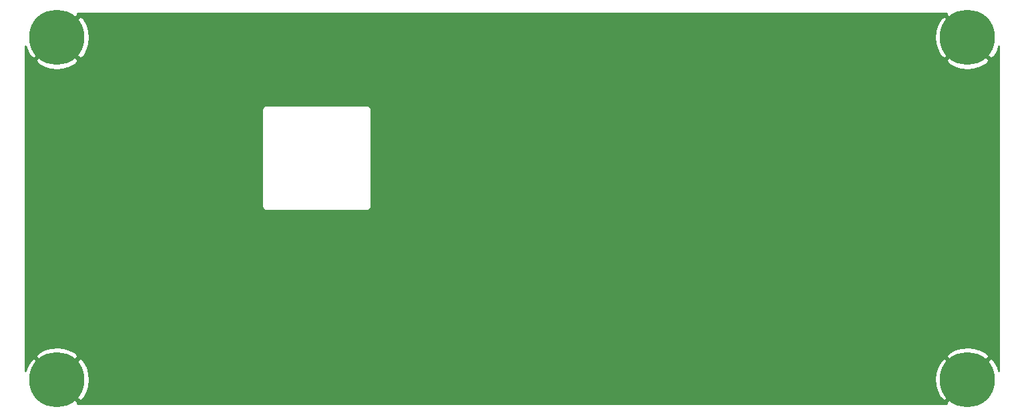
<source format=gtl>
G04 #@! TF.GenerationSoftware,KiCad,Pcbnew,(5.1.9)-1*
G04 #@! TF.CreationDate,2022-01-12T10:50:52-07:00*
G04 #@! TF.ProjectId,KICAD_Front_Plate_01,4b494341-445f-4467-926f-6e745f506c61,rev?*
G04 #@! TF.SameCoordinates,Original*
G04 #@! TF.FileFunction,Copper,L1,Top*
G04 #@! TF.FilePolarity,Positive*
%FSLAX46Y46*%
G04 Gerber Fmt 4.6, Leading zero omitted, Abs format (unit mm)*
G04 Created by KiCad (PCBNEW (5.1.9)-1) date 2022-01-12 10:50:52*
%MOMM*%
%LPD*%
G01*
G04 APERTURE LIST*
G04 #@! TA.AperFunction,ComponentPad*
%ADD10C,7.000000*%
G04 #@! TD*
G04 #@! TA.AperFunction,Conductor*
%ADD11C,0.250000*%
G04 #@! TD*
G04 #@! TA.AperFunction,Conductor*
%ADD12C,0.254000*%
G04 #@! TD*
G04 #@! TA.AperFunction,Conductor*
%ADD13C,0.100000*%
G04 #@! TD*
G04 APERTURE END LIST*
D10*
X4650000Y-3700000D03*
X4650000Y-47200000D03*
X120150000Y-47200000D03*
X120150000Y-3700000D03*
D11*
X4650000Y-46193031D02*
X4301222Y-45844253D01*
X4301222Y-45844253D02*
X4236612Y-45862537D01*
X4650000Y-47200000D02*
X4650000Y-46193031D01*
D12*
X117415450Y-785845D02*
X120150000Y-3520395D01*
X120164143Y-3506253D01*
X120343748Y-3685858D01*
X120329605Y-3700000D01*
X123064155Y-6434550D01*
X123584550Y-6038366D01*
X123974748Y-5323388D01*
X124140001Y-4795208D01*
X124140000Y-46111585D01*
X124002415Y-45643403D01*
X123624715Y-44921744D01*
X123584550Y-44861634D01*
X123064155Y-44465450D01*
X120329605Y-47200000D01*
X120343748Y-47214143D01*
X120164143Y-47393748D01*
X120150000Y-47379605D01*
X117415450Y-50114155D01*
X117511258Y-50240000D01*
X7288742Y-50240000D01*
X7384550Y-50114155D01*
X4650000Y-47379605D01*
X4635858Y-47393748D01*
X4456253Y-47214143D01*
X4470395Y-47200000D01*
X4829605Y-47200000D01*
X7564155Y-49934550D01*
X8084550Y-49538366D01*
X8474748Y-48823388D01*
X8717964Y-48046024D01*
X8804851Y-47236147D01*
X8798366Y-47163853D01*
X115995149Y-47163853D01*
X116067931Y-47975118D01*
X116297585Y-48756597D01*
X116675285Y-49478256D01*
X116715450Y-49538366D01*
X117235845Y-49934550D01*
X119970395Y-47200000D01*
X117235845Y-44465450D01*
X116715450Y-44861634D01*
X116325252Y-45576612D01*
X116082036Y-46353976D01*
X115995149Y-47163853D01*
X8798366Y-47163853D01*
X8732069Y-46424882D01*
X8502415Y-45643403D01*
X8124715Y-44921744D01*
X8084550Y-44861634D01*
X7564155Y-44465450D01*
X4829605Y-47200000D01*
X4470395Y-47200000D01*
X1735845Y-44465450D01*
X1215450Y-44861634D01*
X825252Y-45576612D01*
X660000Y-46104788D01*
X660000Y-44285845D01*
X1915450Y-44285845D01*
X4650000Y-47020395D01*
X7384550Y-44285845D01*
X117415450Y-44285845D01*
X120150000Y-47020395D01*
X122884550Y-44285845D01*
X122488366Y-43765450D01*
X121773388Y-43375252D01*
X120996024Y-43132036D01*
X120186147Y-43045149D01*
X119374882Y-43117931D01*
X118593403Y-43347585D01*
X117871744Y-43725285D01*
X117811634Y-43765450D01*
X117415450Y-44285845D01*
X7384550Y-44285845D01*
X6988366Y-43765450D01*
X6273388Y-43375252D01*
X5496024Y-43132036D01*
X4686147Y-43045149D01*
X3874882Y-43117931D01*
X3093403Y-43347585D01*
X2371744Y-43725285D01*
X2311634Y-43765450D01*
X1915450Y-44285845D01*
X660000Y-44285845D01*
X660000Y-12985000D01*
X30621807Y-12985000D01*
X30625000Y-13017419D01*
X30625001Y-25052571D01*
X30621807Y-25085000D01*
X30634550Y-25214383D01*
X30672290Y-25338793D01*
X30733575Y-25453450D01*
X30816052Y-25553948D01*
X30916550Y-25636425D01*
X31031207Y-25697710D01*
X31155617Y-25735450D01*
X31252581Y-25745000D01*
X31285000Y-25748193D01*
X31317419Y-25745000D01*
X43852581Y-25745000D01*
X43885000Y-25748193D01*
X43917419Y-25745000D01*
X44014383Y-25735450D01*
X44138793Y-25697710D01*
X44253450Y-25636425D01*
X44353948Y-25553948D01*
X44436425Y-25453450D01*
X44497710Y-25338793D01*
X44535450Y-25214383D01*
X44548193Y-25085000D01*
X44545000Y-25052581D01*
X44545000Y-13017419D01*
X44548193Y-12985000D01*
X44535450Y-12855617D01*
X44497710Y-12731207D01*
X44436425Y-12616550D01*
X44353948Y-12516052D01*
X44253450Y-12433575D01*
X44138793Y-12372290D01*
X44014383Y-12334550D01*
X43917419Y-12325000D01*
X43885000Y-12321807D01*
X43852581Y-12325000D01*
X31317419Y-12325000D01*
X31285000Y-12321807D01*
X31252581Y-12325000D01*
X31155617Y-12334550D01*
X31031207Y-12372290D01*
X30916550Y-12433575D01*
X30816052Y-12516052D01*
X30733575Y-12616550D01*
X30672290Y-12731207D01*
X30634550Y-12855617D01*
X30621807Y-12985000D01*
X660000Y-12985000D01*
X660000Y-6614155D01*
X1915450Y-6614155D01*
X2311634Y-7134550D01*
X3026612Y-7524748D01*
X3803976Y-7767964D01*
X4613853Y-7854851D01*
X5425118Y-7782069D01*
X6206597Y-7552415D01*
X6928256Y-7174715D01*
X6988366Y-7134550D01*
X7384550Y-6614155D01*
X117415450Y-6614155D01*
X117811634Y-7134550D01*
X118526612Y-7524748D01*
X119303976Y-7767964D01*
X120113853Y-7854851D01*
X120925118Y-7782069D01*
X121706597Y-7552415D01*
X122428256Y-7174715D01*
X122488366Y-7134550D01*
X122884550Y-6614155D01*
X120150000Y-3879605D01*
X117415450Y-6614155D01*
X7384550Y-6614155D01*
X4650000Y-3879605D01*
X1915450Y-6614155D01*
X660000Y-6614155D01*
X660000Y-4788415D01*
X797585Y-5256597D01*
X1175285Y-5978256D01*
X1215450Y-6038366D01*
X1735845Y-6434550D01*
X4470395Y-3700000D01*
X4829605Y-3700000D01*
X7564155Y-6434550D01*
X8084550Y-6038366D01*
X8474748Y-5323388D01*
X8717964Y-4546024D01*
X8804851Y-3736147D01*
X8798366Y-3663853D01*
X115995149Y-3663853D01*
X116067931Y-4475118D01*
X116297585Y-5256597D01*
X116675285Y-5978256D01*
X116715450Y-6038366D01*
X117235845Y-6434550D01*
X119970395Y-3700000D01*
X117235845Y-965450D01*
X116715450Y-1361634D01*
X116325252Y-2076612D01*
X116082036Y-2853976D01*
X115995149Y-3663853D01*
X8798366Y-3663853D01*
X8732069Y-2924882D01*
X8502415Y-2143403D01*
X8124715Y-1421744D01*
X8084550Y-1361634D01*
X7564155Y-965450D01*
X4829605Y-3700000D01*
X4470395Y-3700000D01*
X4456253Y-3685858D01*
X4635858Y-3506253D01*
X4650000Y-3520395D01*
X7384550Y-785845D01*
X7288742Y-660000D01*
X117511258Y-660000D01*
X117415450Y-785845D01*
G04 #@! TA.AperFunction,Conductor*
D13*
G36*
X117415450Y-785845D02*
G01*
X120150000Y-3520395D01*
X120164143Y-3506253D01*
X120343748Y-3685858D01*
X120329605Y-3700000D01*
X123064155Y-6434550D01*
X123584550Y-6038366D01*
X123974748Y-5323388D01*
X124140001Y-4795208D01*
X124140000Y-46111585D01*
X124002415Y-45643403D01*
X123624715Y-44921744D01*
X123584550Y-44861634D01*
X123064155Y-44465450D01*
X120329605Y-47200000D01*
X120343748Y-47214143D01*
X120164143Y-47393748D01*
X120150000Y-47379605D01*
X117415450Y-50114155D01*
X117511258Y-50240000D01*
X7288742Y-50240000D01*
X7384550Y-50114155D01*
X4650000Y-47379605D01*
X4635858Y-47393748D01*
X4456253Y-47214143D01*
X4470395Y-47200000D01*
X4829605Y-47200000D01*
X7564155Y-49934550D01*
X8084550Y-49538366D01*
X8474748Y-48823388D01*
X8717964Y-48046024D01*
X8804851Y-47236147D01*
X8798366Y-47163853D01*
X115995149Y-47163853D01*
X116067931Y-47975118D01*
X116297585Y-48756597D01*
X116675285Y-49478256D01*
X116715450Y-49538366D01*
X117235845Y-49934550D01*
X119970395Y-47200000D01*
X117235845Y-44465450D01*
X116715450Y-44861634D01*
X116325252Y-45576612D01*
X116082036Y-46353976D01*
X115995149Y-47163853D01*
X8798366Y-47163853D01*
X8732069Y-46424882D01*
X8502415Y-45643403D01*
X8124715Y-44921744D01*
X8084550Y-44861634D01*
X7564155Y-44465450D01*
X4829605Y-47200000D01*
X4470395Y-47200000D01*
X1735845Y-44465450D01*
X1215450Y-44861634D01*
X825252Y-45576612D01*
X660000Y-46104788D01*
X660000Y-44285845D01*
X1915450Y-44285845D01*
X4650000Y-47020395D01*
X7384550Y-44285845D01*
X117415450Y-44285845D01*
X120150000Y-47020395D01*
X122884550Y-44285845D01*
X122488366Y-43765450D01*
X121773388Y-43375252D01*
X120996024Y-43132036D01*
X120186147Y-43045149D01*
X119374882Y-43117931D01*
X118593403Y-43347585D01*
X117871744Y-43725285D01*
X117811634Y-43765450D01*
X117415450Y-44285845D01*
X7384550Y-44285845D01*
X6988366Y-43765450D01*
X6273388Y-43375252D01*
X5496024Y-43132036D01*
X4686147Y-43045149D01*
X3874882Y-43117931D01*
X3093403Y-43347585D01*
X2371744Y-43725285D01*
X2311634Y-43765450D01*
X1915450Y-44285845D01*
X660000Y-44285845D01*
X660000Y-12985000D01*
X30621807Y-12985000D01*
X30625000Y-13017419D01*
X30625001Y-25052571D01*
X30621807Y-25085000D01*
X30634550Y-25214383D01*
X30672290Y-25338793D01*
X30733575Y-25453450D01*
X30816052Y-25553948D01*
X30916550Y-25636425D01*
X31031207Y-25697710D01*
X31155617Y-25735450D01*
X31252581Y-25745000D01*
X31285000Y-25748193D01*
X31317419Y-25745000D01*
X43852581Y-25745000D01*
X43885000Y-25748193D01*
X43917419Y-25745000D01*
X44014383Y-25735450D01*
X44138793Y-25697710D01*
X44253450Y-25636425D01*
X44353948Y-25553948D01*
X44436425Y-25453450D01*
X44497710Y-25338793D01*
X44535450Y-25214383D01*
X44548193Y-25085000D01*
X44545000Y-25052581D01*
X44545000Y-13017419D01*
X44548193Y-12985000D01*
X44535450Y-12855617D01*
X44497710Y-12731207D01*
X44436425Y-12616550D01*
X44353948Y-12516052D01*
X44253450Y-12433575D01*
X44138793Y-12372290D01*
X44014383Y-12334550D01*
X43917419Y-12325000D01*
X43885000Y-12321807D01*
X43852581Y-12325000D01*
X31317419Y-12325000D01*
X31285000Y-12321807D01*
X31252581Y-12325000D01*
X31155617Y-12334550D01*
X31031207Y-12372290D01*
X30916550Y-12433575D01*
X30816052Y-12516052D01*
X30733575Y-12616550D01*
X30672290Y-12731207D01*
X30634550Y-12855617D01*
X30621807Y-12985000D01*
X660000Y-12985000D01*
X660000Y-6614155D01*
X1915450Y-6614155D01*
X2311634Y-7134550D01*
X3026612Y-7524748D01*
X3803976Y-7767964D01*
X4613853Y-7854851D01*
X5425118Y-7782069D01*
X6206597Y-7552415D01*
X6928256Y-7174715D01*
X6988366Y-7134550D01*
X7384550Y-6614155D01*
X117415450Y-6614155D01*
X117811634Y-7134550D01*
X118526612Y-7524748D01*
X119303976Y-7767964D01*
X120113853Y-7854851D01*
X120925118Y-7782069D01*
X121706597Y-7552415D01*
X122428256Y-7174715D01*
X122488366Y-7134550D01*
X122884550Y-6614155D01*
X120150000Y-3879605D01*
X117415450Y-6614155D01*
X7384550Y-6614155D01*
X4650000Y-3879605D01*
X1915450Y-6614155D01*
X660000Y-6614155D01*
X660000Y-4788415D01*
X797585Y-5256597D01*
X1175285Y-5978256D01*
X1215450Y-6038366D01*
X1735845Y-6434550D01*
X4470395Y-3700000D01*
X4829605Y-3700000D01*
X7564155Y-6434550D01*
X8084550Y-6038366D01*
X8474748Y-5323388D01*
X8717964Y-4546024D01*
X8804851Y-3736147D01*
X8798366Y-3663853D01*
X115995149Y-3663853D01*
X116067931Y-4475118D01*
X116297585Y-5256597D01*
X116675285Y-5978256D01*
X116715450Y-6038366D01*
X117235845Y-6434550D01*
X119970395Y-3700000D01*
X117235845Y-965450D01*
X116715450Y-1361634D01*
X116325252Y-2076612D01*
X116082036Y-2853976D01*
X115995149Y-3663853D01*
X8798366Y-3663853D01*
X8732069Y-2924882D01*
X8502415Y-2143403D01*
X8124715Y-1421744D01*
X8084550Y-1361634D01*
X7564155Y-965450D01*
X4829605Y-3700000D01*
X4470395Y-3700000D01*
X4456253Y-3685858D01*
X4635858Y-3506253D01*
X4650000Y-3520395D01*
X7384550Y-785845D01*
X7288742Y-660000D01*
X117511258Y-660000D01*
X117415450Y-785845D01*
G37*
G04 #@! TD.AperFunction*
M02*

</source>
